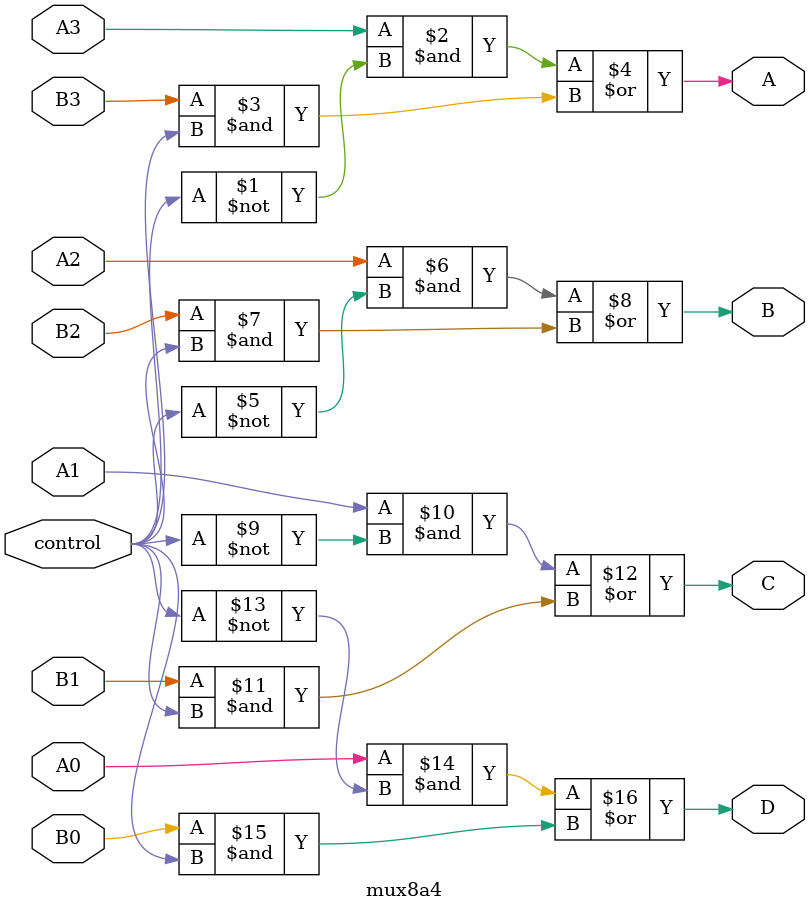
<source format=v>
module mux8a4 (
// Inputs and output ports
  input A0,
  input A1,
  input A2,
  input A3,
  input B0,
  input B1,
  input B2,
  input B3,
  input control,
  output A,
  output B,
  output C,
  output D
);

assign A=((A3 & ~(control))|(B3 & control));
assign B=((A2 & ~(control))|(B2 & control));
assign C=((A1 & ~(control))|(B1 & control));
assign D=((A0 & ~(control))|(B0 & control));

endmodule

</source>
